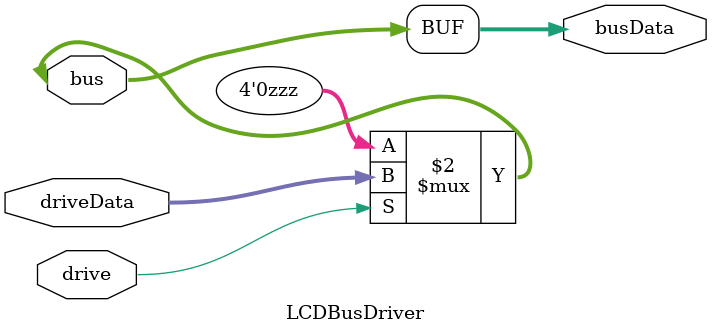
<source format=v>

module LCDBusDriver(
    output [3:0] busData,
    input [3:0] driveData,
    inout [3:0] bus,
    input drive);

    assign bus = drive ? driveData : {(3){1'bz}};
    assign busData = bus;
endmodule

</source>
